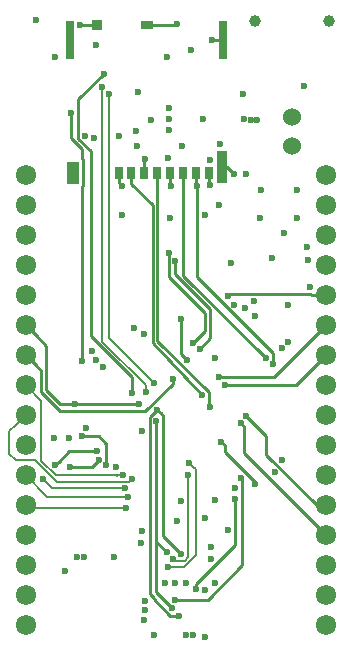
<source format=gbr>
G04 #@! TF.FileFunction,Copper,L4,Bot,Signal*
%FSLAX46Y46*%
G04 Gerber Fmt 4.6, Leading zero omitted, Abs format (unit mm)*
G04 Created by KiCad (PCBNEW 4.0.7) date 07/17/18 10:36:10*
%MOMM*%
%LPD*%
G01*
G04 APERTURE LIST*
%ADD10C,0.100000*%
%ADD11R,0.700000X1.100000*%
%ADD12R,0.860000X2.800000*%
%ADD13R,0.700000X3.330000*%
%ADD14R,1.050000X0.780000*%
%ADD15R,0.900000X0.930000*%
%ADD16R,1.140000X1.830000*%
%ADD17C,1.524000*%
%ADD18C,1.720000*%
%ADD19C,1.000000*%
%ADD20C,0.600000*%
%ADD21C,0.250000*%
%ADD22C,0.150000*%
%ADD23C,0.200000*%
G04 APERTURE END LIST*
D10*
D11*
X102860000Y-88755000D03*
X101760000Y-88755000D03*
X100660000Y-88755000D03*
X99560000Y-88755000D03*
X98460000Y-88755000D03*
X97360000Y-88755000D03*
X96260000Y-88755000D03*
X95160000Y-88755000D03*
D12*
X103940000Y-88255000D03*
D13*
X104020000Y-77490000D03*
D14*
X97585000Y-76215000D03*
D15*
X93370000Y-76290000D03*
D13*
X91060000Y-77490000D03*
D16*
X91280000Y-88740000D03*
D17*
X109860000Y-84010000D03*
X109860000Y-86510000D03*
D18*
X112700000Y-88950000D03*
X112700000Y-91490000D03*
X112700000Y-94030000D03*
X112700000Y-96570000D03*
X112700000Y-99110000D03*
X112700000Y-101650000D03*
X112700000Y-104190000D03*
X112700000Y-106730000D03*
X112700000Y-109270000D03*
X112700000Y-111810000D03*
X112700000Y-114350000D03*
X112700000Y-116890000D03*
X112700000Y-119430000D03*
X112700000Y-121970000D03*
X112700000Y-124510000D03*
X112700000Y-127050000D03*
X87300000Y-88950000D03*
X87300000Y-91490000D03*
X87300000Y-94030000D03*
X87300000Y-96570000D03*
X87300000Y-99110000D03*
X87300000Y-101650000D03*
X87300000Y-104190000D03*
X87300000Y-106730000D03*
X87300000Y-109270000D03*
X87300000Y-111810000D03*
X87300000Y-114350000D03*
X87300000Y-116890000D03*
X87300000Y-119430000D03*
X87300000Y-121970000D03*
X87300000Y-124510000D03*
X87300000Y-127050000D03*
D19*
X106700000Y-75900000D03*
X113000000Y-75900000D03*
D20*
X109180000Y-93890000D03*
X110310000Y-92590000D03*
X110300000Y-90230000D03*
X103350000Y-116430000D03*
X108368402Y-114121598D03*
X97150000Y-110630000D03*
X97365673Y-125803004D03*
X97372508Y-125030623D03*
X102470000Y-118000000D03*
X100420000Y-116580000D03*
X97095141Y-120138763D03*
X102460000Y-92330000D03*
X103690000Y-91480000D03*
X93224053Y-104626465D03*
X103003422Y-121478298D03*
X102453422Y-124048298D03*
X98143422Y-127928298D03*
X96700000Y-86530000D03*
X106650000Y-99630000D03*
X104720000Y-96400000D03*
X97320000Y-102370000D03*
X99570000Y-89850000D03*
X90620000Y-122510000D03*
X111341380Y-98467684D03*
X106718352Y-100887372D03*
X89728352Y-111257372D03*
X90998352Y-111227372D03*
X96670000Y-85190000D03*
X88160000Y-75830000D03*
X110840000Y-81390000D03*
X99290000Y-78970000D03*
X100130000Y-76190000D03*
X100858474Y-123479026D03*
X99067644Y-123458521D03*
X97358838Y-126630066D03*
X99909630Y-123469400D03*
X104420000Y-118990000D03*
X97154345Y-119104345D03*
X100100000Y-118260000D03*
X99560000Y-92590000D03*
X92917470Y-103852525D03*
X93888697Y-105176450D03*
X94985468Y-113681322D03*
X92375308Y-110394905D03*
X93110000Y-85810000D03*
X103013422Y-120428298D03*
X103293422Y-123468298D03*
X102493422Y-128048298D03*
X101503422Y-127928298D03*
X100853422Y-127928298D03*
X97370000Y-87610000D03*
X95440000Y-92340000D03*
X104931587Y-99968413D03*
X103320000Y-104480000D03*
X109000000Y-103580000D03*
X99440000Y-84230000D03*
X96440000Y-101940000D03*
X105038352Y-115487372D03*
X105990000Y-88830000D03*
X111191380Y-96147684D03*
X111161380Y-95057684D03*
X105868352Y-100237372D03*
X109508352Y-103077372D03*
X109028352Y-113117372D03*
X107181380Y-92597684D03*
X107201380Y-90247684D03*
X108181380Y-95967684D03*
X109521380Y-99977684D03*
X94808352Y-121287372D03*
X91618352Y-121267372D03*
X92268352Y-121277372D03*
X104910000Y-88830000D03*
X103070000Y-77490000D03*
X93240000Y-77910000D03*
X89790000Y-78970000D03*
X91890002Y-76290000D03*
X101290000Y-78330000D03*
X92340000Y-85610000D03*
X95190000Y-85610000D03*
X100560000Y-86500000D03*
X99330000Y-87530000D03*
X97870000Y-84290000D03*
X106860000Y-84310000D03*
X106360000Y-84320000D03*
X105750000Y-84230000D03*
X105700000Y-82080000D03*
X92084677Y-104679949D03*
X91146481Y-83734625D03*
X99450000Y-85180000D03*
X96780000Y-81920000D03*
X99430000Y-83250000D03*
X102280000Y-84240000D03*
X102880000Y-87640000D03*
X103720000Y-86310000D03*
X102870000Y-89820000D03*
X108205001Y-104982220D03*
X101770000Y-89860000D03*
X107630000Y-104430000D03*
X102890000Y-108610000D03*
X102226262Y-107599436D03*
X95440000Y-89910000D03*
X89780486Y-113534793D03*
X93354730Y-112311014D03*
X93474953Y-113113018D03*
X91018352Y-113667372D03*
X96928186Y-108316648D03*
X94118241Y-113529557D03*
X92047286Y-111077384D03*
X91440000Y-108320000D03*
X96274593Y-107371250D03*
X93900000Y-80390000D03*
X98375433Y-109801626D03*
X99724742Y-125599478D03*
X99280000Y-120890000D03*
X100981587Y-104581587D03*
X100470000Y-101110000D03*
X98451933Y-108822419D03*
X100260950Y-126268809D03*
X100488422Y-121038298D03*
X104400000Y-99230000D03*
X95834783Y-117118186D03*
X106700000Y-115080000D03*
X103840000Y-111530000D03*
X99975549Y-96193218D03*
X102030000Y-103650000D03*
X99460000Y-95560000D03*
X101460556Y-103161906D03*
X95517472Y-114387593D03*
X96328745Y-114646872D03*
X101082042Y-114344016D03*
X99741942Y-121480857D03*
X105038343Y-116365909D03*
X101703705Y-124027620D03*
X105540000Y-114610000D03*
X99972902Y-124891722D03*
X101166645Y-113331737D03*
X99366338Y-122130030D03*
X105490000Y-109960000D03*
X105990000Y-109380000D03*
X104149024Y-106730557D03*
X103686787Y-106037200D03*
X99740000Y-106210000D03*
X88767407Y-114717408D03*
X95694422Y-115487604D03*
X96000021Y-116172532D03*
X97475647Y-107278405D03*
X93804229Y-81520227D03*
X98158850Y-106535556D03*
X94355771Y-82071769D03*
D21*
X99560000Y-88755000D02*
X99560000Y-89840000D01*
X99560000Y-89840000D02*
X99570000Y-89850000D01*
X97585000Y-76215000D02*
X100105000Y-76215000D01*
X100105000Y-76215000D02*
X100130000Y-76190000D01*
X87300000Y-88950000D02*
X87300000Y-88820000D01*
X97360000Y-88755000D02*
X97360000Y-87620000D01*
X97360000Y-87620000D02*
X97370000Y-87610000D01*
X103940000Y-88255000D02*
X104335000Y-88255000D01*
X104335000Y-88255000D02*
X104910000Y-88830000D01*
X104020000Y-77490000D02*
X103070000Y-77490000D01*
X93370000Y-76290000D02*
X91890002Y-76290000D01*
X91146481Y-83734625D02*
X91146481Y-85833181D01*
X92084677Y-86771377D02*
X92084677Y-87564675D01*
X91146481Y-85833181D02*
X92084677Y-86771377D01*
X92084677Y-87564675D02*
X92125001Y-87604999D01*
X92125001Y-87604999D02*
X92125001Y-89875001D01*
X92125001Y-89875001D02*
X92084677Y-89915325D01*
X92084677Y-89915325D02*
X92084677Y-104255685D01*
X92084677Y-104255685D02*
X92084677Y-104679949D01*
X102860000Y-88755000D02*
X102860000Y-89810000D01*
X102860000Y-89810000D02*
X102870000Y-89820000D01*
X101770000Y-89860000D02*
X101770000Y-97620000D01*
X101770000Y-97620000D02*
X108205001Y-104055001D01*
X108205001Y-104055001D02*
X108205001Y-104982220D01*
X101760000Y-88755000D02*
X101760000Y-89850000D01*
X101760000Y-89850000D02*
X101770000Y-89860000D01*
X100660000Y-97460000D02*
X107630000Y-104430000D01*
X100660000Y-88755000D02*
X100660000Y-97460000D01*
X102890000Y-108610000D02*
X102821263Y-108541263D01*
X102801263Y-107361263D02*
X98460000Y-103020000D01*
X102821263Y-108541263D02*
X102801263Y-107361263D01*
X98460000Y-103020000D02*
X98460000Y-91590000D01*
X98460000Y-91590000D02*
X98460000Y-88755000D01*
X96260000Y-88755000D02*
X96260000Y-89709394D01*
X96260000Y-89709394D02*
X98059990Y-91509384D01*
X98059990Y-91509384D02*
X98059990Y-103185688D01*
X98059990Y-103185688D02*
X102226262Y-107599436D01*
X95160000Y-88755000D02*
X95160000Y-89630000D01*
X95160000Y-89630000D02*
X95440000Y-89910000D01*
X93354730Y-112311014D02*
X91004265Y-112311014D01*
X91004265Y-112311014D02*
X90080485Y-113234794D01*
X90080485Y-113234794D02*
X89780486Y-113534793D01*
X93183529Y-113418580D02*
X93474953Y-113127156D01*
X92920599Y-113667372D02*
X93174954Y-113413017D01*
X93474953Y-113127156D02*
X93474953Y-113113018D01*
X93174954Y-113413017D02*
X93474953Y-113113018D01*
X91018352Y-113667372D02*
X92920599Y-113667372D01*
X91440000Y-108320000D02*
X90210000Y-108320000D01*
X90210000Y-108320000D02*
X89039622Y-107149622D01*
X88159999Y-102509999D02*
X87300000Y-101650000D01*
X89039622Y-107149622D02*
X89039622Y-103389622D01*
X89039622Y-103389622D02*
X88159999Y-102509999D01*
X91440000Y-108320000D02*
X96924834Y-108320000D01*
X96924834Y-108320000D02*
X96928186Y-108316648D01*
X94118241Y-113105293D02*
X94118241Y-113529557D01*
X93507302Y-111077384D02*
X94118241Y-111688323D01*
X92047286Y-111077384D02*
X93507302Y-111077384D01*
X94118241Y-111688323D02*
X94118241Y-113105293D01*
X93900000Y-80390000D02*
X91764999Y-82525001D01*
X91764999Y-85886001D02*
X92814989Y-86935991D01*
X92814989Y-102594780D02*
X96274593Y-106054384D01*
X92814989Y-86935991D02*
X92814989Y-102594780D01*
X96274593Y-106054384D02*
X96274593Y-106946986D01*
X96274593Y-106946986D02*
X96274593Y-107371250D01*
X91764999Y-82525001D02*
X91764999Y-85886001D01*
X98375433Y-123108344D02*
X98375433Y-119860000D01*
X98375433Y-119860000D02*
X98375433Y-110225890D01*
X99280000Y-120890000D02*
X98375433Y-119985433D01*
X98375433Y-119985433D02*
X98375433Y-119860000D01*
X98362774Y-123121003D02*
X98375433Y-123108344D01*
X98362774Y-124237510D02*
X98362774Y-123121003D01*
X99724742Y-125599478D02*
X98362774Y-124237510D01*
X98375433Y-110225890D02*
X98375433Y-109801626D01*
X100470000Y-101110000D02*
X100470000Y-104070000D01*
X100470000Y-104070000D02*
X100981587Y-104581587D01*
X98159401Y-124885139D02*
X98159401Y-124795633D01*
X99543071Y-126268809D02*
X98159401Y-124885139D01*
X100260950Y-126268809D02*
X99543071Y-126268809D01*
X97800432Y-109473920D02*
X98151934Y-109122418D01*
X98159401Y-124795633D02*
X97800432Y-124436664D01*
X97800432Y-124436664D02*
X97800432Y-109473920D01*
X98151934Y-109122418D02*
X98451933Y-108822419D01*
X98950434Y-109320920D02*
X98751932Y-109122418D01*
X100488422Y-121038298D02*
X98950434Y-119500310D01*
X98950434Y-119500310D02*
X98950434Y-109320920D01*
X98751932Y-109122418D02*
X98451933Y-108822419D01*
X104400000Y-99230000D02*
X104587315Y-99042685D01*
X104587315Y-99042685D02*
X111416462Y-99042685D01*
X111416462Y-99042685D02*
X111483777Y-99110000D01*
X111483777Y-99110000D02*
X112700000Y-99110000D01*
D22*
X95834783Y-117118186D02*
X87528186Y-117118186D01*
X87528186Y-117118186D02*
X87300000Y-116890000D01*
D23*
X87391504Y-116798496D02*
X87300000Y-116890000D01*
D21*
X106710000Y-114928998D02*
X106710000Y-115070000D01*
X106710000Y-115070000D02*
X106700000Y-115080000D01*
X103840000Y-111530000D02*
X104139999Y-111829999D01*
X104139999Y-111829999D02*
X104139999Y-112358997D01*
X104139999Y-112358997D02*
X106710000Y-114928998D01*
X99975549Y-96617482D02*
X99975549Y-96193218D01*
X102893413Y-100260129D02*
X99975549Y-97342265D01*
X99975549Y-97342265D02*
X99975549Y-96617482D01*
X102893413Y-102786587D02*
X102893413Y-100260129D01*
X102030000Y-103650000D02*
X102893413Y-102786587D01*
X102493403Y-100672275D02*
X99400548Y-97579420D01*
X99400548Y-97579420D02*
X99400548Y-95619452D01*
X99400548Y-95619452D02*
X99460000Y-95560000D01*
X101460556Y-103161906D02*
X102493403Y-102129059D01*
X102493403Y-102129059D02*
X102493403Y-100672275D01*
D23*
X87300000Y-106730000D02*
X88617948Y-108047948D01*
X88617948Y-108047948D02*
X88617948Y-113150088D01*
X88617948Y-113150088D02*
X89857894Y-114390034D01*
X89857894Y-114390034D02*
X95012922Y-114390034D01*
X95517472Y-114387593D02*
X95015363Y-114387593D01*
X95015363Y-114387593D02*
X95012922Y-114390034D01*
X95012922Y-114390034D02*
X95015351Y-114392463D01*
X96328745Y-114646872D02*
X96038023Y-114937594D01*
X96038023Y-114937594D02*
X89910464Y-114937594D01*
X89910464Y-114937594D02*
X88052454Y-113079584D01*
X86440001Y-110129999D02*
X87300000Y-109270000D01*
X88052454Y-113079584D02*
X86454809Y-113079584D01*
X86454809Y-113079584D02*
X85920754Y-112545529D01*
X85920754Y-112545529D02*
X85920754Y-110649246D01*
X85920754Y-110649246D02*
X86440001Y-110129999D01*
X101082042Y-114768280D02*
X101082042Y-114344016D01*
X99849384Y-121588299D02*
X100752423Y-121588299D01*
X100752423Y-121588299D02*
X101082042Y-121258680D01*
X99741942Y-121480857D02*
X99849384Y-121588299D01*
X101082042Y-121258680D02*
X101082042Y-114768280D01*
D21*
X101703705Y-124027620D02*
X101703705Y-123603356D01*
X101703705Y-123603356D02*
X105038343Y-120268718D01*
X105038343Y-120268718D02*
X105038343Y-116790173D01*
X105038343Y-116790173D02*
X105038343Y-116365909D01*
X105613353Y-121999369D02*
X105613353Y-114683353D01*
X99972902Y-124891722D02*
X102721000Y-124891722D01*
X102721000Y-124891722D02*
X105613353Y-121999369D01*
X105613353Y-114683353D02*
X105540000Y-114610000D01*
D23*
X101694417Y-113859509D02*
X101466644Y-113631736D01*
X101694417Y-121141293D02*
X101694417Y-113859509D01*
X99366338Y-122130030D02*
X100705680Y-122130030D01*
X101466644Y-113631736D02*
X101166645Y-113331737D01*
X100705680Y-122130030D02*
X101694417Y-121141293D01*
D21*
X105490000Y-109960000D02*
X105789999Y-110259999D01*
X105789999Y-110259999D02*
X105789999Y-112519999D01*
X105789999Y-112519999D02*
X111840001Y-118570001D01*
X111840001Y-118570001D02*
X112700000Y-119430000D01*
X105990000Y-109380000D02*
X107673351Y-111063351D01*
X107673351Y-111063351D02*
X107673351Y-112613373D01*
X112697626Y-116892374D02*
X112700000Y-116890000D01*
X107673351Y-112613373D02*
X111952352Y-116892374D01*
X111952352Y-116892374D02*
X112697626Y-116892374D01*
X112700000Y-104190000D02*
X110159443Y-106730557D01*
X104573288Y-106730557D02*
X104149024Y-106730557D01*
X110159443Y-106730557D02*
X104573288Y-106730557D01*
X104111051Y-106037200D02*
X103686787Y-106037200D01*
X108312800Y-106037200D02*
X104111051Y-106037200D01*
X112700000Y-101650000D02*
X108312800Y-106037200D01*
X99740000Y-106210000D02*
X99740000Y-106634264D01*
X99740000Y-106634264D02*
X97434264Y-108940000D01*
X97434264Y-108940000D02*
X90230000Y-108940000D01*
X88611525Y-107321525D02*
X88611525Y-105501525D01*
X90230000Y-108940000D02*
X88611525Y-107321525D01*
X88611525Y-105501525D02*
X88159999Y-105049999D01*
X88159999Y-105049999D02*
X87300000Y-104190000D01*
D23*
X89067406Y-115017407D02*
X88767407Y-114717408D01*
X95694422Y-115487604D02*
X89537603Y-115487604D01*
X89537603Y-115487604D02*
X89067406Y-115017407D01*
X87300000Y-114350000D02*
X89122532Y-116172532D01*
X95575757Y-116172532D02*
X96000021Y-116172532D01*
X89122532Y-116172532D02*
X95575757Y-116172532D01*
D22*
X93804229Y-81520227D02*
X93804229Y-103067574D01*
X93804229Y-103067574D02*
X97475647Y-106738992D01*
X97475647Y-106738992D02*
X97475647Y-106854141D01*
X97475647Y-106854141D02*
X97475647Y-107278405D01*
X94355771Y-82071769D02*
X94355771Y-102732477D01*
X94355771Y-102732477D02*
X97858851Y-106235557D01*
X97858851Y-106235557D02*
X98158850Y-106535556D01*
M02*

</source>
